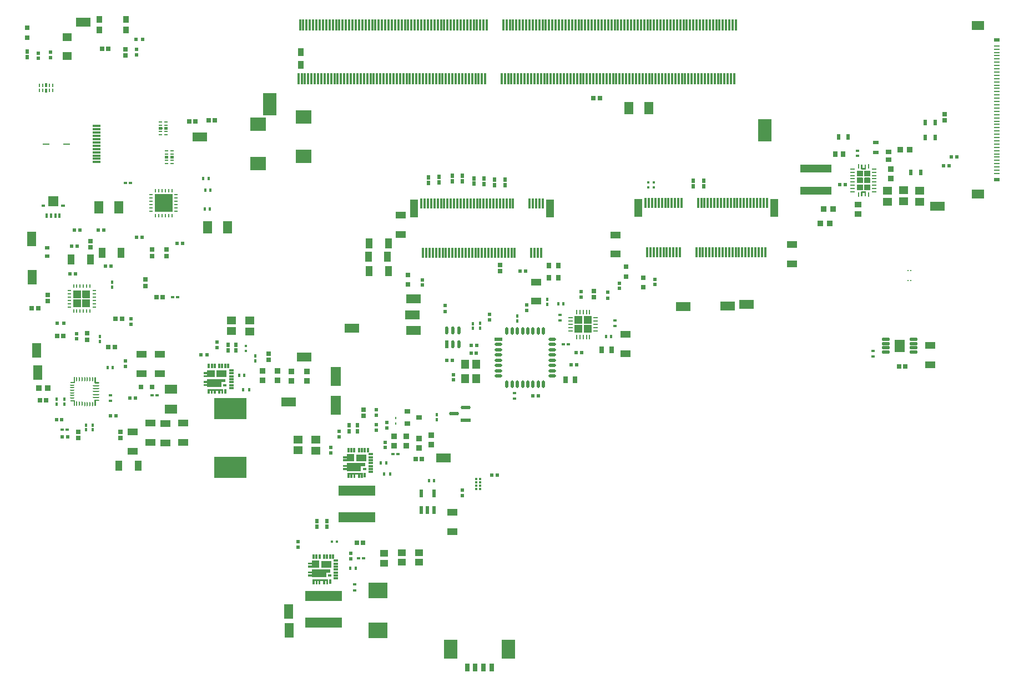
<source format=gbr>
%TF.GenerationSoftware,Altium Limited,Altium Designer,25.8.1 (18)*%
G04 Layer_Color=8421504*
%FSLAX45Y45*%
%MOMM*%
%TF.SameCoordinates,C91546C2-10F2-4142-A55A-9FF34A01A7B4*%
%TF.FilePolarity,Positive*%
%TF.FileFunction,Paste,Top*%
%TF.Part,Single*%
G01*
G75*
%TA.AperFunction,SMDPad,CuDef*%
%ADD10R,0.60000X0.55000*%
%ADD11R,0.90000X0.25000*%
%ADD12R,0.30000X1.75000*%
%ADD13R,0.65000X0.70000*%
%ADD14R,0.50000X0.45000*%
%ADD15R,0.45000X0.50000*%
G04:AMPARAMS|DCode=16|XSize=0.3mm|YSize=1.55mm|CornerRadius=0.0225mm|HoleSize=0mm|Usage=FLASHONLY|Rotation=0.000|XOffset=0mm|YOffset=0mm|HoleType=Round|Shape=RoundedRectangle|*
%AMROUNDEDRECTD16*
21,1,0.30000,1.50500,0,0,0.0*
21,1,0.25500,1.55000,0,0,0.0*
1,1,0.04500,0.12750,-0.75250*
1,1,0.04500,-0.12750,-0.75250*
1,1,0.04500,-0.12750,0.75250*
1,1,0.04500,0.12750,0.75250*
%
%ADD16ROUNDEDRECTD16*%
%ADD17R,0.80000X0.90000*%
%ADD18R,1.85000X1.35000*%
G04:AMPARAMS|DCode=19|XSize=0.45mm|YSize=1.15mm|CornerRadius=0.0495mm|HoleSize=0mm|Usage=FLASHONLY|Rotation=90.000|XOffset=0mm|YOffset=0mm|HoleType=Round|Shape=RoundedRectangle|*
%AMROUNDEDRECTD19*
21,1,0.45000,1.05100,0,0,90.0*
21,1,0.35100,1.15000,0,0,90.0*
1,1,0.09900,0.52550,0.17550*
1,1,0.09900,0.52550,-0.17550*
1,1,0.09900,-0.52550,-0.17550*
1,1,0.09900,-0.52550,0.17550*
%
%ADD19ROUNDEDRECTD19*%
%ADD20R,0.67248X0.71535*%
%ADD21R,0.30000X1.55000*%
%ADD22R,1.60000X1.05000*%
%ADD23R,0.47247X0.51535*%
%ADD24R,0.71535X0.67248*%
%ADD25R,0.57247X0.61535*%
%ADD26R,0.61535X0.57247*%
%ADD27R,1.05000X1.60000*%
G04:AMPARAMS|DCode=28|XSize=0.24mm|YSize=0.58mm|CornerRadius=0.0504mm|HoleSize=0mm|Usage=FLASHONLY|Rotation=0.000|XOffset=0mm|YOffset=0mm|HoleType=Round|Shape=RoundedRectangle|*
%AMROUNDEDRECTD28*
21,1,0.24000,0.47920,0,0,0.0*
21,1,0.13920,0.58000,0,0,0.0*
1,1,0.10080,0.06960,-0.23960*
1,1,0.10080,-0.06960,-0.23960*
1,1,0.10080,-0.06960,0.23960*
1,1,0.10080,0.06960,0.23960*
%
%ADD28ROUNDEDRECTD28*%
%ADD29R,2.20000X1.40000*%
%ADD30R,0.91213X0.95814*%
%ADD31R,1.60000X3.00000*%
%ADD32R,4.95300X3.17500*%
%ADD33R,0.30000X0.72500*%
%ADD34R,0.70000X0.65000*%
%ADD35R,0.90000X0.55000*%
%ADD36R,1.90000X1.40000*%
%ADD37R,0.50000X0.90000*%
%ADD38R,0.95872X0.91213*%
%ADD39R,0.90000X0.50000*%
%ADD40R,0.50000X0.40000*%
G04:AMPARAMS|DCode=42|XSize=0.24mm|YSize=0.6mm|CornerRadius=0.0504mm|HoleSize=0mm|Usage=FLASHONLY|Rotation=0.000|XOffset=0mm|YOffset=0mm|HoleType=Round|Shape=RoundedRectangle|*
%AMROUNDEDRECTD42*
21,1,0.24000,0.49920,0,0,0.0*
21,1,0.13920,0.60000,0,0,0.0*
1,1,0.10080,0.06960,-0.24960*
1,1,0.10080,-0.06960,-0.24960*
1,1,0.10080,-0.06960,0.24960*
1,1,0.10080,0.06960,0.24960*
%
%ADD42ROUNDEDRECTD42*%
%ADD43R,1.45620X1.25464*%
%ADD44R,0.95814X0.91213*%
%ADD45R,1.05000X0.95000*%
G04:AMPARAMS|DCode=46|XSize=1.57mm|YSize=1.89mm|CornerRadius=0.0471mm|HoleSize=0mm|Usage=FLASHONLY|Rotation=0.000|XOffset=0mm|YOffset=0mm|HoleType=Round|Shape=RoundedRectangle|*
%AMROUNDEDRECTD46*
21,1,1.57000,1.79580,0,0,0.0*
21,1,1.47580,1.89000,0,0,0.0*
1,1,0.09420,0.73790,-0.89790*
1,1,0.09420,-0.73790,-0.89790*
1,1,0.09420,-0.73790,0.89790*
1,1,0.09420,0.73790,0.89790*
%
%ADD46ROUNDEDRECTD46*%
G04:AMPARAMS|DCode=48|XSize=0.24mm|YSize=0.6mm|CornerRadius=0.0504mm|HoleSize=0mm|Usage=FLASHONLY|Rotation=90.000|XOffset=0mm|YOffset=0mm|HoleType=Round|Shape=RoundedRectangle|*
%AMROUNDEDRECTD48*
21,1,0.24000,0.49920,0,0,90.0*
21,1,0.13920,0.60000,0,0,90.0*
1,1,0.10080,0.24960,0.06960*
1,1,0.10080,0.24960,-0.06960*
1,1,0.10080,-0.24960,-0.06960*
1,1,0.10080,-0.24960,0.06960*
%
%ADD48ROUNDEDRECTD48*%
G04:AMPARAMS|DCode=49|XSize=0.48583mm|YSize=1.18828mm|CornerRadius=0.24292mm|HoleSize=0mm|Usage=FLASHONLY|Rotation=0.000|XOffset=0mm|YOffset=0mm|HoleType=Round|Shape=RoundedRectangle|*
%AMROUNDEDRECTD49*
21,1,0.48583,0.70245,0,0,0.0*
21,1,0.00000,1.18828,0,0,0.0*
1,1,0.48583,0.00000,-0.35123*
1,1,0.48583,0.00000,-0.35123*
1,1,0.48583,0.00000,0.35123*
1,1,0.48583,0.00000,0.35123*
%
%ADD49ROUNDEDRECTD49*%
G04:AMPARAMS|DCode=50|XSize=1.18828mm|YSize=0.48583mm|CornerRadius=0.24292mm|HoleSize=0mm|Usage=FLASHONLY|Rotation=0.000|XOffset=0mm|YOffset=0mm|HoleType=Round|Shape=RoundedRectangle|*
%AMROUNDEDRECTD50*
21,1,1.18828,0.00000,0,0,0.0*
21,1,0.70245,0.48583,0,0,0.0*
1,1,0.48583,0.35123,0.00000*
1,1,0.48583,-0.35123,0.00000*
1,1,0.48583,-0.35123,0.00000*
1,1,0.48583,0.35123,0.00000*
%
%ADD50ROUNDEDRECTD50*%
%ADD51R,1.18828X0.48583*%
%ADD52R,0.56000X0.52000*%
%ADD53R,0.42000X0.31000*%
%TA.AperFunction,ConnectorPad*%
%ADD54R,0.80000X1.30000*%
%TA.AperFunction,SMDPad,CuDef*%
%ADD55R,2.33000X1.99000*%
%ADD56R,0.40000X0.50000*%
%ADD58R,0.60000X0.50000*%
%ADD59R,0.90000X1.00000*%
%ADD61R,1.40000X1.30000*%
%ADD62R,0.80000X0.80000*%
%ADD64R,1.20000X0.30000*%
%ADD65R,1.00000X0.20000*%
%ADD66R,2.70000X2.70000*%
%ADD67R,0.60000X0.25000*%
%ADD68R,0.25000X0.60000*%
%ADD69R,0.52000X0.56000*%
%ADD70R,1.40000X2.20000*%
G04:AMPARAMS|DCode=72|XSize=1.20524mm|YSize=0.52981mm|CornerRadius=0.2649mm|HoleSize=0mm|Usage=FLASHONLY|Rotation=90.000|XOffset=0mm|YOffset=0mm|HoleType=Round|Shape=RoundedRectangle|*
%AMROUNDEDRECTD72*
21,1,1.20524,0.00000,0,0,90.0*
21,1,0.67543,0.52981,0,0,90.0*
1,1,0.52980,0.00000,0.33772*
1,1,0.52980,0.00000,-0.33772*
1,1,0.52980,0.00000,-0.33772*
1,1,0.52980,0.00000,0.33772*
%
%ADD72ROUNDEDRECTD72*%
G04:AMPARAMS|DCode=73|XSize=1.52424mm|YSize=0.57799mm|CornerRadius=0.28899mm|HoleSize=0mm|Usage=FLASHONLY|Rotation=180.000|XOffset=0mm|YOffset=0mm|HoleType=Round|Shape=RoundedRectangle|*
%AMROUNDEDRECTD73*
21,1,1.52424,0.00000,0,0,180.0*
21,1,0.94625,0.57799,0,0,180.0*
1,1,0.57799,-0.47313,0.00000*
1,1,0.57799,0.47313,0.00000*
1,1,0.57799,0.47313,0.00000*
1,1,0.57799,-0.47313,0.00000*
%
%ADD73ROUNDEDRECTD73*%
%ADD74R,0.25000X0.36000*%
%ADD75R,0.60000X0.65000*%
%ADD76R,1.57500X1.05000*%
%ADD77R,0.72500X0.30000*%
G04:AMPARAMS|DCode=78|XSize=1.21mm|YSize=0.59mm|CornerRadius=0.07375mm|HoleSize=0mm|Usage=FLASHONLY|Rotation=90.000|XOffset=0mm|YOffset=0mm|HoleType=Round|Shape=RoundedRectangle|*
%AMROUNDEDRECTD78*
21,1,1.21000,0.44250,0,0,90.0*
21,1,1.06250,0.59000,0,0,90.0*
1,1,0.14750,0.22125,0.53125*
1,1,0.14750,0.22125,-0.53125*
1,1,0.14750,-0.22125,-0.53125*
1,1,0.14750,-0.22125,0.53125*
%
%ADD78ROUNDEDRECTD78*%
%ADD79R,0.45000X0.60000*%
%ADD80R,1.30822X1.00573*%
%ADD81R,2.90000X2.40000*%
%ADD82C,1.08000*%
%ADD83R,0.60000X0.45000*%
%TA.AperFunction,ConnectorPad*%
%ADD84R,0.71535X0.67248*%
%TA.AperFunction,SMDPad,CuDef*%
G04:AMPARAMS|DCode=85|XSize=0.2mm|YSize=0.6mm|CornerRadius=0.05mm|HoleSize=0mm|Usage=FLASHONLY|Rotation=270.000|XOffset=0mm|YOffset=0mm|HoleType=Round|Shape=RoundedRectangle|*
%AMROUNDEDRECTD85*
21,1,0.20000,0.50000,0,0,270.0*
21,1,0.10000,0.60000,0,0,270.0*
1,1,0.10000,-0.25000,-0.05000*
1,1,0.10000,-0.25000,0.05000*
1,1,0.10000,0.25000,0.05000*
1,1,0.10000,0.25000,-0.05000*
%
%ADD85ROUNDEDRECTD85*%
%ADD86R,0.85000X0.95000*%
G04:AMPARAMS|DCode=87|XSize=0.2mm|YSize=1mm|CornerRadius=0.05mm|HoleSize=0mm|Usage=FLASHONLY|Rotation=270.000|XOffset=0mm|YOffset=0mm|HoleType=Round|Shape=RoundedRectangle|*
%AMROUNDEDRECTD87*
21,1,0.20000,0.90000,0,0,270.0*
21,1,0.10000,1.00000,0,0,270.0*
1,1,0.10000,-0.45000,-0.05000*
1,1,0.10000,-0.45000,0.05000*
1,1,0.10000,0.45000,0.05000*
1,1,0.10000,0.45000,-0.05000*
%
%ADD87ROUNDEDRECTD87*%
%ADD88R,0.51535X0.47247*%
%ADD89R,0.72000X0.76000*%
%ADD90R,0.55000X0.60000*%
%ADD91R,5.60000X1.55000*%
G04:AMPARAMS|DCode=92|XSize=0.565mm|YSize=0.2mm|CornerRadius=0.05mm|HoleSize=0mm|Usage=FLASHONLY|Rotation=0.000|XOffset=0mm|YOffset=0mm|HoleType=Round|Shape=RoundedRectangle|*
%AMROUNDEDRECTD92*
21,1,0.56500,0.10000,0,0,0.0*
21,1,0.46500,0.20000,0,0,0.0*
1,1,0.10000,0.23250,-0.05000*
1,1,0.10000,-0.23250,-0.05000*
1,1,0.10000,-0.23250,0.05000*
1,1,0.10000,0.23250,0.05000*
%
%ADD92ROUNDEDRECTD92*%
%ADD93C,0.27233*%
%ADD94C,0.82688*%
%ADD95R,0.58000X0.38000*%
%ADD96R,0.30000X0.73000*%
%ADD97R,0.92000X1.30000*%
%ADD98R,0.28000X0.25000*%
%ADD99R,1.20000X2.75000*%
%ADD100R,0.57247X0.63933*%
%ADD101R,0.40000X0.75000*%
G04:AMPARAMS|DCode=103|XSize=1.2mm|YSize=2.75mm|CornerRadius=0.09mm|HoleSize=0mm|Usage=FLASHONLY|Rotation=0.000|XOffset=0mm|YOffset=0mm|HoleType=Round|Shape=RoundedRectangle|*
%AMROUNDEDRECTD103*
21,1,1.20000,2.57000,0,0,0.0*
21,1,1.02000,2.75000,0,0,0.0*
1,1,0.18000,0.51000,-1.28500*
1,1,0.18000,-0.51000,-1.28500*
1,1,0.18000,-0.51000,1.28500*
1,1,0.18000,0.51000,1.28500*
%
%ADD103ROUNDEDRECTD103*%
%ADD104R,0.55000X0.55000*%
%ADD105R,0.50000X0.55000*%
%ADD106R,0.45000X0.45000*%
%ADD107R,0.43000X0.31000*%
%ADD108R,4.70000X1.18000*%
%ADD109R,0.80000X0.80000*%
%ADD110C,0.17501*%
G04:AMPARAMS|DCode=111|XSize=0.6mm|YSize=0.2mm|CornerRadius=0.05mm|HoleSize=0mm|Usage=FLASHONLY|Rotation=270.000|XOffset=0mm|YOffset=0mm|HoleType=Round|Shape=RoundedRectangle|*
%AMROUNDEDRECTD111*
21,1,0.60000,0.10000,0,0,270.0*
21,1,0.50000,0.20000,0,0,270.0*
1,1,0.10000,-0.05000,-0.25000*
1,1,0.10000,-0.05000,0.25000*
1,1,0.10000,0.05000,0.25000*
1,1,0.10000,0.05000,-0.25000*
%
%ADD111ROUNDEDRECTD111*%
G04:AMPARAMS|DCode=112|XSize=0.2mm|YSize=0.95mm|CornerRadius=0.05mm|HoleSize=0mm|Usage=FLASHONLY|Rotation=270.000|XOffset=0mm|YOffset=0mm|HoleType=Round|Shape=RoundedRectangle|*
%AMROUNDEDRECTD112*
21,1,0.20000,0.85000,0,0,270.0*
21,1,0.10000,0.95000,0,0,270.0*
1,1,0.10000,-0.42500,-0.05000*
1,1,0.10000,-0.42500,0.05000*
1,1,0.10000,0.42500,0.05000*
1,1,0.10000,0.42500,-0.05000*
%
%ADD112ROUNDEDRECTD112*%
%ADD113C,0.15750*%
G04:AMPARAMS|DCode=114|XSize=0.68mm|YSize=0.2mm|CornerRadius=0.05mm|HoleSize=0mm|Usage=FLASHONLY|Rotation=270.000|XOffset=0mm|YOffset=0mm|HoleType=Round|Shape=RoundedRectangle|*
%AMROUNDEDRECTD114*
21,1,0.68000,0.10000,0,0,270.0*
21,1,0.58000,0.20000,0,0,270.0*
1,1,0.10000,-0.05000,-0.29000*
1,1,0.10000,-0.05000,0.29000*
1,1,0.10000,0.05000,0.29000*
1,1,0.10000,0.05000,-0.29000*
%
%ADD114ROUNDEDRECTD114*%
G04:AMPARAMS|DCode=115|XSize=0.65mm|YSize=0.2mm|CornerRadius=0.05mm|HoleSize=0mm|Usage=FLASHONLY|Rotation=270.000|XOffset=0mm|YOffset=0mm|HoleType=Round|Shape=RoundedRectangle|*
%AMROUNDEDRECTD115*
21,1,0.65000,0.10000,0,0,270.0*
21,1,0.55000,0.20000,0,0,270.0*
1,1,0.10000,-0.05000,-0.27500*
1,1,0.10000,-0.05000,0.27500*
1,1,0.10000,0.05000,0.27500*
1,1,0.10000,0.05000,-0.27500*
%
%ADD115ROUNDEDRECTD115*%
G04:AMPARAMS|DCode=116|XSize=0.7mm|YSize=0.2mm|CornerRadius=0.05mm|HoleSize=0mm|Usage=FLASHONLY|Rotation=270.000|XOffset=0mm|YOffset=0mm|HoleType=Round|Shape=RoundedRectangle|*
%AMROUNDEDRECTD116*
21,1,0.70000,0.10000,0,0,270.0*
21,1,0.60000,0.20000,0,0,270.0*
1,1,0.10000,-0.05000,-0.30000*
1,1,0.10000,-0.05000,0.30000*
1,1,0.10000,0.05000,0.30000*
1,1,0.10000,0.05000,-0.30000*
%
%ADD116ROUNDEDRECTD116*%
%ADD117C,0.19159*%
G04:AMPARAMS|DCode=118|XSize=0.6mm|YSize=0.24mm|CornerRadius=0.0504mm|HoleSize=0mm|Usage=FLASHONLY|Rotation=0.000|XOffset=0mm|YOffset=0mm|HoleType=Round|Shape=RoundedRectangle|*
%AMROUNDEDRECTD118*
21,1,0.60000,0.13920,0,0,0.0*
21,1,0.49920,0.24000,0,0,0.0*
1,1,0.10080,0.24960,-0.06960*
1,1,0.10080,-0.24960,-0.06960*
1,1,0.10080,-0.24960,0.06960*
1,1,0.10080,0.24960,0.06960*
%
%ADD118ROUNDEDRECTD118*%
G04:AMPARAMS|DCode=119|XSize=0.58mm|YSize=0.24mm|CornerRadius=0.0504mm|HoleSize=0mm|Usage=FLASHONLY|Rotation=0.000|XOffset=0mm|YOffset=0mm|HoleType=Round|Shape=RoundedRectangle|*
%AMROUNDEDRECTD119*
21,1,0.58000,0.13920,0,0,0.0*
21,1,0.47920,0.24000,0,0,0.0*
1,1,0.10080,0.23960,-0.06960*
1,1,0.10080,-0.23960,-0.06960*
1,1,0.10080,-0.23960,0.06960*
1,1,0.10080,0.23960,0.06960*
%
%ADD119ROUNDEDRECTD119*%
%ADD120R,0.97200X0.80200*%
%ADD121R,0.52981X1.20524*%
%ADD122R,0.75000X1.00000*%
%ADD123R,0.86213X0.73504*%
%ADD124R,0.96213X0.93504*%
%ADD125R,0.60000X0.60000*%
%ADD126R,1.20000X1.40000*%
%TA.AperFunction,ConnectorPad*%
%ADD127R,2.10000X3.00000*%
%TA.AperFunction,SMDPad,CuDef*%
%ADD128R,1.52424X0.57799*%
%ADD129R,1.35000X1.85000*%
%ADD130R,0.73504X0.86213*%
%ADD131R,0.45000X0.45000*%
G04:AMPARAMS|DCode=132|XSize=0.565mm|YSize=0.2mm|CornerRadius=0.05mm|HoleSize=0mm|Usage=FLASHONLY|Rotation=270.000|XOffset=0mm|YOffset=0mm|HoleType=Round|Shape=RoundedRectangle|*
%AMROUNDEDRECTD132*
21,1,0.56500,0.10000,0,0,270.0*
21,1,0.46500,0.20000,0,0,270.0*
1,1,0.10000,-0.05000,-0.23250*
1,1,0.10000,-0.05000,0.23250*
1,1,0.10000,0.05000,0.23250*
1,1,0.10000,0.05000,-0.23250*
%
%ADD132ROUNDEDRECTD132*%
%ADD133R,2.00000X3.50000*%
%TA.AperFunction,NonConductor*%
%ADD228R,1.18800X1.18800*%
%ADD229R,0.76000X0.52000*%
G36*
X3015832Y11627489D02*
X3017239Y11626082D01*
X3018000Y11624244D01*
Y11623250D01*
Y11576750D01*
Y11575755D01*
X3017239Y11573918D01*
X3015832Y11572511D01*
X3013994Y11571750D01*
X2986005D01*
X2984168Y11572511D01*
X2982761Y11573918D01*
X2982000Y11575755D01*
Y11576750D01*
Y11623250D01*
Y11624244D01*
X2982761Y11626082D01*
X2984168Y11627489D01*
X2986005Y11628250D01*
X3013994D01*
X3015832Y11627489D01*
D02*
G37*
G36*
Y11543989D02*
X3017239Y11542582D01*
X3018000Y11540744D01*
Y11539750D01*
Y11493250D01*
Y11492255D01*
X3017239Y11490417D01*
X3015832Y11489011D01*
X3013994Y11488250D01*
X2986005D01*
X2984168Y11489011D01*
X2982761Y11490417D01*
X2982000Y11492255D01*
Y11493250D01*
Y11539750D01*
Y11540744D01*
X2982761Y11542582D01*
X2984168Y11543989D01*
X2986005Y11544750D01*
X3013994D01*
X3015832Y11543989D01*
D02*
G37*
G36*
X4856082Y10957239D02*
X4857489Y10955832D01*
X4858250Y10953994D01*
Y10953000D01*
Y10927000D01*
Y10926005D01*
X4857489Y10924168D01*
X4856082Y10922761D01*
X4854245Y10922000D01*
X4805755D01*
X4803918Y10922761D01*
X4802511Y10924168D01*
X4801750Y10926005D01*
Y10927000D01*
Y10953000D01*
Y10953994D01*
X4802511Y10955832D01*
X4803918Y10957239D01*
X4805755Y10958000D01*
X4854245D01*
X4856082Y10957239D01*
D02*
G37*
G36*
X4772582D02*
X4773989Y10955832D01*
X4774750Y10953994D01*
Y10953000D01*
Y10927000D01*
Y10926005D01*
X4773989Y10924168D01*
X4772582Y10922761D01*
X4770744Y10922000D01*
X4722255D01*
X4720418Y10922761D01*
X4719011Y10924168D01*
X4718250Y10926005D01*
Y10927000D01*
Y10953000D01*
Y10953994D01*
X4719011Y10955832D01*
X4720418Y10957239D01*
X4722255Y10958000D01*
X4770744D01*
X4772582Y10957239D01*
D02*
G37*
G36*
X4947832Y10517239D02*
X4949239Y10515832D01*
X4950000Y10513994D01*
Y10513000D01*
Y10487000D01*
Y10486005D01*
X4949239Y10484168D01*
X4947832Y10482761D01*
X4945994Y10482000D01*
X4897505D01*
X4895668Y10482761D01*
X4894261Y10484168D01*
X4893500Y10486005D01*
Y10487000D01*
Y10513000D01*
Y10513994D01*
X4894261Y10515832D01*
X4895668Y10517239D01*
X4897505Y10518000D01*
X4945994D01*
X4947832Y10517239D01*
D02*
G37*
G36*
X4864332D02*
X4865739Y10515832D01*
X4866500Y10513994D01*
Y10513000D01*
Y10487000D01*
Y10486005D01*
X4865739Y10484168D01*
X4864332Y10482761D01*
X4862494Y10482000D01*
X4814005D01*
X4812167Y10482761D01*
X4810761Y10484168D01*
X4810000Y10486005D01*
Y10487000D01*
Y10513000D01*
Y10513994D01*
X4810761Y10515832D01*
X4812167Y10517239D01*
X4814005Y10518000D01*
X4862494D01*
X4864332Y10517239D01*
D02*
G37*
G36*
X15493640Y10389760D02*
X15503641D01*
X15503641Y10389760D01*
X15504634Y10389760D01*
X15506471Y10388999D01*
X15507878Y10387592D01*
X15508640Y10385755D01*
Y10384760D01*
Y10317260D01*
X15508640D01*
X15508640Y10316265D01*
X15507878Y10314428D01*
X15506471Y10313021D01*
X15504634Y10312260D01*
X15503641D01*
X15438641Y10312260D01*
X15438640D01*
X15437646Y10312260D01*
X15435808Y10313021D01*
X15434402Y10314428D01*
X15433640Y10316265D01*
Y10317260D01*
X15433641Y10384760D01*
X15433641Y10385754D01*
X15434402Y10387592D01*
X15435808Y10388999D01*
X15437646Y10389760D01*
X15438640D01*
X15448640Y10389760D01*
X15448640Y10389760D01*
X15449635D01*
X15451472Y10388998D01*
X15452879Y10387592D01*
X15453641Y10385754D01*
Y10384760D01*
X15453641Y10337260D01*
X15488640D01*
X15488640Y10384760D01*
Y10384760D01*
X15488638Y10385754D01*
X15489401Y10387592D01*
X15490807Y10388999D01*
X15492645Y10389760D01*
X15493640Y10389760D01*
D02*
G37*
G36*
X15570972Y10291499D02*
X15572379Y10290092D01*
X15573140Y10288255D01*
Y10287260D01*
Y10212260D01*
Y10211265D01*
X15572379Y10209428D01*
X15570972Y10208021D01*
X15569135Y10207260D01*
X15485146D01*
X15483308Y10208021D01*
X15481902Y10209428D01*
X15481140Y10211265D01*
Y10212260D01*
Y10287260D01*
Y10288255D01*
X15481902Y10290092D01*
X15483308Y10291499D01*
X15485146Y10292260D01*
X15569135D01*
X15570972Y10291499D01*
D02*
G37*
G36*
X15458972D02*
X15460379Y10290092D01*
X15461140Y10288255D01*
Y10287260D01*
Y10212260D01*
Y10211265D01*
X15460379Y10209428D01*
X15458972Y10208021D01*
X15457133Y10207260D01*
X15373145D01*
X15371307Y10208021D01*
X15369901Y10209428D01*
X15369141Y10211265D01*
Y10212260D01*
Y10287260D01*
Y10288255D01*
X15369901Y10290092D01*
X15371307Y10291499D01*
X15373145Y10292260D01*
X15457133D01*
X15458972Y10291499D01*
D02*
G37*
G36*
X15570972Y10186499D02*
X15572379Y10185092D01*
X15573140Y10183254D01*
Y10182260D01*
Y10107260D01*
Y10106265D01*
X15572379Y10104428D01*
X15570972Y10103021D01*
X15569135Y10102260D01*
X15485146D01*
X15483308Y10103021D01*
X15481902Y10104428D01*
X15481140Y10106265D01*
Y10107260D01*
Y10182260D01*
Y10183254D01*
X15481902Y10185092D01*
X15483308Y10186499D01*
X15485146Y10187260D01*
X15569135D01*
X15570972Y10186499D01*
D02*
G37*
G36*
X15458972D02*
X15460379Y10185092D01*
X15461140Y10183254D01*
Y10182260D01*
Y10107260D01*
Y10106265D01*
X15460379Y10104428D01*
X15458972Y10103021D01*
X15457133Y10102260D01*
X15373145D01*
X15371307Y10103021D01*
X15369901Y10104428D01*
X15369141Y10106265D01*
Y10107260D01*
Y10182260D01*
Y10183254D01*
X15369901Y10185092D01*
X15371307Y10186499D01*
X15373145Y10187260D01*
X15457133D01*
X15458972Y10186499D01*
D02*
G37*
G36*
X15570972Y10081499D02*
X15572379Y10080092D01*
X15573140Y10078254D01*
Y10077260D01*
Y10002260D01*
Y10001265D01*
X15572379Y9999428D01*
X15570972Y9998021D01*
X15569135Y9997260D01*
X15485146D01*
X15483308Y9998021D01*
X15481902Y9999428D01*
X15481140Y10001265D01*
Y10002260D01*
Y10077260D01*
Y10078254D01*
X15481902Y10080092D01*
X15483308Y10081499D01*
X15485146Y10082260D01*
X15569135D01*
X15570972Y10081499D01*
D02*
G37*
G36*
X15458972D02*
X15460379Y10080092D01*
X15461140Y10078254D01*
Y10077260D01*
Y10002260D01*
Y10001265D01*
X15460379Y9999428D01*
X15458972Y9998021D01*
X15457133Y9997260D01*
X15373145D01*
X15371307Y9998021D01*
X15369901Y9999428D01*
X15369141Y10001265D01*
Y10002260D01*
Y10077260D01*
Y10078254D01*
X15369901Y10080092D01*
X15371307Y10081499D01*
X15373145Y10082260D01*
X15457133D01*
X15458972Y10081499D01*
D02*
G37*
G36*
X15503639Y9977260D02*
X15504634Y9977260D01*
X15506471Y9976499D01*
X15507878Y9975092D01*
X15508640Y9973254D01*
Y9972260D01*
X15508640Y9904760D01*
X15508640Y9904760D01*
X15508640Y9903765D01*
X15507878Y9901928D01*
X15506471Y9900521D01*
X15504634Y9899760D01*
X15493639D01*
Y9899760D01*
X15492644D01*
X15490807Y9900522D01*
X15489401Y9901928D01*
X15488640Y9903766D01*
Y9904760D01*
Y9952260D01*
X15453641D01*
X15453641Y9904760D01*
X15453641D01*
X15453641Y9903765D01*
X15452879Y9901927D01*
X15451472Y9900521D01*
X15449635Y9899760D01*
X15448640Y9899760D01*
X15438640Y9899760D01*
X15437646Y9899760D01*
X15435808Y9900521D01*
X15434402Y9901928D01*
X15433640Y9903765D01*
Y9904760D01*
X15433641Y9972260D01*
X15433641Y9972260D01*
X15433641Y9973255D01*
X15434402Y9975092D01*
X15435808Y9976499D01*
X15437646Y9977260D01*
X15438640D01*
X15503639Y9977260D01*
Y9977260D01*
D02*
G37*
G36*
X3187500Y9754000D02*
X3032500D01*
Y9906000D01*
X3187500D01*
Y9754000D01*
D02*
G37*
G36*
X3285500Y9740000D02*
X3233000D01*
Y9780000D01*
X3285500D01*
Y9740000D01*
D02*
G37*
G36*
X2987000D02*
X2934500D01*
Y9780000D01*
X2987000D01*
Y9740000D01*
D02*
G37*
G36*
X3671632Y8466789D02*
X3673039Y8465382D01*
X3673800Y8463544D01*
Y8462550D01*
Y8353750D01*
Y8352755D01*
X3673039Y8350918D01*
X3671632Y8349511D01*
X3669795Y8348750D01*
X3559005D01*
X3557168Y8349511D01*
X3555761Y8350918D01*
X3555000Y8352755D01*
Y8353750D01*
Y8462550D01*
Y8463544D01*
X3555761Y8465382D01*
X3557168Y8466789D01*
X3559005Y8467550D01*
X3669795D01*
X3671632Y8466789D01*
D02*
G37*
G36*
X3532832D02*
X3534239Y8465382D01*
X3535000Y8463544D01*
Y8462550D01*
Y8353750D01*
Y8352755D01*
X3534239Y8350918D01*
X3532832Y8349511D01*
X3530994Y8348750D01*
X3420205D01*
X3418368Y8349511D01*
X3416961Y8350918D01*
X3416200Y8352755D01*
Y8353750D01*
Y8462550D01*
Y8463544D01*
X3416961Y8465382D01*
X3418368Y8466789D01*
X3420205Y8467550D01*
X3530994D01*
X3532832Y8466789D01*
D02*
G37*
G36*
X3671632Y8327989D02*
X3673039Y8326582D01*
X3673800Y8324744D01*
Y8323750D01*
Y8214950D01*
Y8213955D01*
X3673039Y8212117D01*
X3671632Y8210711D01*
X3669795Y8209950D01*
X3559005D01*
X3557168Y8210711D01*
X3555761Y8212117D01*
X3555000Y8213955D01*
Y8214950D01*
Y8323750D01*
Y8324744D01*
X3555761Y8326582D01*
X3557168Y8327989D01*
X3559005Y8328750D01*
X3669795D01*
X3671632Y8327989D01*
D02*
G37*
G36*
X3532832D02*
X3534239Y8326582D01*
X3535000Y8324744D01*
Y8323750D01*
Y8214950D01*
Y8213955D01*
X3534239Y8212117D01*
X3532832Y8210711D01*
X3530994Y8209950D01*
X3420205D01*
X3418368Y8210711D01*
X3416961Y8212117D01*
X3416200Y8213955D01*
Y8214950D01*
Y8323750D01*
Y8324744D01*
X3416961Y8326582D01*
X3418368Y8327989D01*
X3420205Y8328750D01*
X3530994D01*
X3532832Y8327989D01*
D02*
G37*
G36*
X5571250Y7140000D02*
X5401250D01*
Y7170000D01*
X5456250D01*
Y7185000D01*
X5401250D01*
Y7215000D01*
X5456250D01*
Y7245000D01*
X5571250D01*
Y7140000D01*
D02*
G37*
G36*
X3755000Y7140000D02*
X3755994D01*
X3757832Y7139239D01*
X3759239Y7137832D01*
X3760000Y7135994D01*
Y7135000D01*
X3760000D01*
Y7065000D01*
X3805000Y7065000D01*
X3805994D01*
X3807832Y7064239D01*
X3809239Y7062832D01*
X3809999Y7060995D01*
Y7060000D01*
X3810000D01*
X3809999Y7050000D01*
X3810000Y7049005D01*
X3809239Y7047168D01*
X3807832Y7045761D01*
X3805994Y7045000D01*
X3805000D01*
X3805000Y7045000D01*
X3745000Y7045000D01*
X3744005Y7045000D01*
X3742167Y7045761D01*
X3740761Y7047168D01*
X3739999Y7049005D01*
X3740000Y7050000D01*
X3740000Y7135000D01*
X3740000Y7135995D01*
X3740761Y7137832D01*
X3742168Y7139239D01*
X3744005Y7140000D01*
X3745000Y7140000D01*
X3745000Y7140000D01*
X3755000Y7140000D01*
D02*
G37*
G36*
X3437832Y7139239D02*
X3439239Y7137832D01*
X3440000Y7135995D01*
X3440000Y7135000D01*
X3440000Y7055000D01*
X3440000Y7055000D01*
X3440000Y7054005D01*
X3439239Y7052167D01*
X3437833Y7050761D01*
X3435994Y7050000D01*
X3435000Y7050000D01*
X3375000D01*
X3374005Y7050000D01*
X3372167Y7050761D01*
X3370761Y7052168D01*
X3370000Y7054005D01*
X3370000Y7055000D01*
Y7065000D01*
X3370000Y7065995D01*
X3370761Y7067832D01*
X3372167Y7069239D01*
X3374005Y7070000D01*
X3375000Y7070000D01*
X3420000Y7070000D01*
Y7135000D01*
Y7135994D01*
X3420761Y7137832D01*
X3422168Y7139238D01*
X3424005Y7140000D01*
X3425000D01*
X3435000Y7140000D01*
Y7140000D01*
X3435994Y7140000D01*
X3437832Y7139239D01*
D02*
G37*
G36*
X5738750Y7064500D02*
X5673750D01*
Y6990000D01*
X5456250D01*
Y7005000D01*
X5401250D01*
Y7035000D01*
X5456250D01*
Y7050000D01*
X5401250D01*
Y7080000D01*
X5456250D01*
Y7110000D01*
X5738750D01*
Y7064500D01*
D02*
G37*
G36*
X5703750Y6887500D02*
X5673750D01*
Y6932500D01*
X5658750D01*
Y6887500D01*
X5628750D01*
Y6932500D01*
X5588750D01*
Y6887500D01*
X5558750D01*
Y6932500D01*
X5543750D01*
Y6887500D01*
X5513750D01*
Y6932500D01*
X5498750D01*
Y6887500D01*
X5468750D01*
Y6960000D01*
X5703750D01*
Y6887500D01*
D02*
G37*
G36*
X3805000Y6795000D02*
X3805994D01*
X3807832Y6794239D01*
X3809239Y6792832D01*
X3810000Y6790995D01*
X3809999Y6790000D01*
X3810000Y6780000D01*
X3810000Y6780000D01*
X3810000Y6779005D01*
X3809239Y6777168D01*
X3807832Y6775761D01*
X3805994Y6775000D01*
X3805000Y6775000D01*
X3760000D01*
Y6705000D01*
X3760000Y6705000D01*
X3760000Y6704006D01*
X3759239Y6702168D01*
X3757832Y6700761D01*
X3755994Y6700000D01*
X3755000Y6700000D01*
X3745000D01*
X3744005Y6700000D01*
X3742168Y6700761D01*
X3740761Y6702168D01*
X3740000Y6704005D01*
X3740000Y6705000D01*
X3740000Y6790000D01*
Y6790000D01*
X3739999Y6790995D01*
X3740761Y6792832D01*
X3742167Y6794239D01*
X3744005Y6795000D01*
X3745000Y6795000D01*
X3805000Y6795000D01*
X3805000Y6795000D01*
D02*
G37*
G36*
X3437833Y6789239D02*
X3439240Y6787833D01*
X3440000Y6785995D01*
X3440000Y6785000D01*
X3440000D01*
X3440000Y6705000D01*
X3440000Y6704005D01*
X3439239Y6702168D01*
X3437832Y6700761D01*
X3435994Y6700000D01*
X3435000Y6700000D01*
X3424005D01*
X3422168Y6700762D01*
X3420761Y6702168D01*
X3420000Y6704006D01*
Y6705000D01*
Y6705000D01*
Y6770000D01*
X3375000D01*
X3374005Y6770000D01*
X3372167Y6770761D01*
X3370761Y6772168D01*
X3370000Y6774006D01*
X3370000Y6775000D01*
Y6775000D01*
Y6785000D01*
X3370000Y6785995D01*
X3370761Y6787832D01*
X3372167Y6789239D01*
X3374005Y6790000D01*
X3375000D01*
Y6790000D01*
X3435000Y6790000D01*
X3435995Y6790000D01*
X3437833Y6789239D01*
D02*
G37*
G36*
X7701250Y5857301D02*
X7531250D01*
Y5887301D01*
X7586250D01*
Y5902301D01*
X7531250D01*
Y5932301D01*
X7586250D01*
Y5962301D01*
X7701250D01*
Y5857301D01*
D02*
G37*
G36*
X7868750Y5781801D02*
X7803750D01*
Y5707301D01*
X7586250D01*
Y5722301D01*
X7531250D01*
Y5752301D01*
X7586250D01*
Y5767301D01*
X7531250D01*
Y5797301D01*
X7586250D01*
Y5827301D01*
X7868750D01*
Y5781801D01*
D02*
G37*
G36*
X7833750Y5604801D02*
X7803750D01*
Y5649801D01*
X7788750D01*
Y5604801D01*
X7758750D01*
Y5649801D01*
X7718750D01*
Y5604801D01*
X7688750D01*
Y5649801D01*
X7673750D01*
Y5604801D01*
X7643750D01*
Y5649801D01*
X7628750D01*
Y5604801D01*
X7598750D01*
Y5677301D01*
X7833750D01*
Y5604801D01*
D02*
G37*
G36*
X7170000Y4232500D02*
X7000000D01*
Y4262500D01*
X7055000D01*
Y4277500D01*
X7000000D01*
Y4307500D01*
X7055000D01*
Y4337500D01*
X7170000D01*
Y4232500D01*
D02*
G37*
G36*
X7337500Y4157000D02*
X7272500D01*
Y4082500D01*
X7055000D01*
Y4097500D01*
X7000000D01*
Y4127500D01*
X7055000D01*
Y4142500D01*
X7000000D01*
Y4172500D01*
X7055000D01*
Y4202500D01*
X7337500D01*
Y4157000D01*
D02*
G37*
G36*
X7302500Y3980000D02*
X7272500D01*
Y4025000D01*
X7257500D01*
Y3980000D01*
X7227500D01*
Y4025000D01*
X7187500D01*
Y3980000D01*
X7157500D01*
Y4025000D01*
X7142500D01*
Y3980000D01*
X7112500D01*
Y4025000D01*
X7097500D01*
Y3980000D01*
X7067500D01*
Y4052500D01*
X7302500D01*
Y3980000D01*
D02*
G37*
D10*
X16898000Y10504105D02*
D03*
X16813000D02*
D03*
X16778560Y10365740D02*
D03*
X16693559D02*
D03*
X3515000Y9390000D02*
D03*
X3430000D02*
D03*
X4465000Y9280000D02*
D03*
X4380000D02*
D03*
X4995000Y9180000D02*
D03*
X5080000D02*
D03*
X3246040Y6229600D02*
D03*
X3331040D02*
D03*
D11*
X17500000Y11650000D02*
D03*
Y11350000D02*
D03*
Y11300000D02*
D03*
Y11250000D02*
D03*
Y11200000D02*
D03*
Y11950000D02*
D03*
Y10450000D02*
D03*
Y10900000D02*
D03*
Y11600000D02*
D03*
Y12150000D02*
D03*
Y11850000D02*
D03*
Y12000000D02*
D03*
Y11550000D02*
D03*
Y11700000D02*
D03*
Y11400000D02*
D03*
Y11100000D02*
D03*
Y11050000D02*
D03*
Y10950000D02*
D03*
Y11000000D02*
D03*
Y10850000D02*
D03*
Y10750000D02*
D03*
Y10800000D02*
D03*
Y10700000D02*
D03*
Y10350000D02*
D03*
Y10300000D02*
D03*
Y11500000D02*
D03*
Y10650000D02*
D03*
Y10400000D02*
D03*
Y11900000D02*
D03*
Y12100000D02*
D03*
Y11800000D02*
D03*
Y10600000D02*
D03*
Y11450000D02*
D03*
Y12050000D02*
D03*
Y11750000D02*
D03*
Y10250000D02*
D03*
Y10500000D02*
D03*
Y10550000D02*
D03*
Y11150000D02*
D03*
Y12200000D02*
D03*
D12*
X11975000Y12520000D02*
D03*
X11675000D02*
D03*
X11925000D02*
D03*
X13525000D02*
D03*
X13375000D02*
D03*
X13225000D02*
D03*
X13075000D02*
D03*
X12925000D02*
D03*
X12775000D02*
D03*
X13500000Y11700000D02*
D03*
X13350000D02*
D03*
X13200000D02*
D03*
X13050000D02*
D03*
X12900000D02*
D03*
X12750000D02*
D03*
X12475000Y12520000D02*
D03*
X12325000D02*
D03*
X12625000D02*
D03*
X12025000D02*
D03*
X11875000D02*
D03*
X12175000D02*
D03*
X11575000D02*
D03*
X11725000D02*
D03*
X10875000D02*
D03*
X11425000D02*
D03*
X10725000D02*
D03*
X10575000D02*
D03*
X10425000D02*
D03*
X10175000D02*
D03*
X10025000D02*
D03*
X10325000D02*
D03*
X9375000D02*
D03*
X9675000D02*
D03*
X9525000D02*
D03*
X12600000Y11700000D02*
D03*
X12450000D02*
D03*
X12300000D02*
D03*
X12150000D02*
D03*
X11700000D02*
D03*
X12000000D02*
D03*
X11850000D02*
D03*
X11400000D02*
D03*
X11550000D02*
D03*
X11000000D02*
D03*
X10250000D02*
D03*
X10100000D02*
D03*
X9550000D02*
D03*
X9400000D02*
D03*
X9950000D02*
D03*
X9700000D02*
D03*
X9075000Y12520000D02*
D03*
X9225000D02*
D03*
X8925000D02*
D03*
X8325000D02*
D03*
X7575000D02*
D03*
X7325000D02*
D03*
X7275000D02*
D03*
X7225000D02*
D03*
X7125000D02*
D03*
X7175000D02*
D03*
X9100000Y11700000D02*
D03*
X9250000D02*
D03*
X8950000D02*
D03*
X8350000D02*
D03*
X7200000D02*
D03*
X7300000D02*
D03*
X7250000D02*
D03*
X7150000D02*
D03*
X7100000D02*
D03*
X11050000D02*
D03*
X11625000Y12520000D02*
D03*
X11525000D02*
D03*
X11825000D02*
D03*
X11100000Y11700000D02*
D03*
X11475000Y12520000D02*
D03*
X11775000D02*
D03*
X7075000D02*
D03*
X7025000D02*
D03*
X6975000D02*
D03*
X7050000Y11700000D02*
D03*
X7000000D02*
D03*
X6950000D02*
D03*
X6925000Y12520000D02*
D03*
X6875000D02*
D03*
X6900000Y11700000D02*
D03*
X9600000D02*
D03*
X9650000D02*
D03*
X10475000Y12520000D02*
D03*
X10525000D02*
D03*
X10225000D02*
D03*
X9300000Y11700000D02*
D03*
X9625000Y12520000D02*
D03*
X9475000D02*
D03*
X9575000D02*
D03*
X10125000D02*
D03*
X9425000D02*
D03*
X10075000D02*
D03*
X10275000D02*
D03*
X9350000Y11700000D02*
D03*
X8825000Y12520000D02*
D03*
X10150000Y11700000D02*
D03*
X10200000D02*
D03*
X10050000D02*
D03*
X9500000D02*
D03*
X12650000D02*
D03*
X8875000Y12520000D02*
D03*
X8850000Y11700000D02*
D03*
X7400000D02*
D03*
X7450000D02*
D03*
X11025000Y12520000D02*
D03*
X11075000D02*
D03*
X10975000D02*
D03*
X10925000D02*
D03*
X9000000Y11700000D02*
D03*
X9050000D02*
D03*
X9125000Y12520000D02*
D03*
X8625000D02*
D03*
X8575000D02*
D03*
X9175000D02*
D03*
X10775000D02*
D03*
X10825000D02*
D03*
X10000000Y11700000D02*
D03*
X9450000D02*
D03*
X6850000D02*
D03*
X7350000D02*
D03*
X7500000D02*
D03*
X7550000D02*
D03*
X7600000D02*
D03*
X7650000D02*
D03*
X7700000D02*
D03*
X7750000D02*
D03*
X7800000D02*
D03*
X7850000D02*
D03*
X7900000D02*
D03*
X7950000D02*
D03*
X8000000D02*
D03*
X8050000D02*
D03*
X8100000D02*
D03*
X8150000D02*
D03*
X8200000D02*
D03*
X8250000D02*
D03*
X8300000D02*
D03*
X8400000D02*
D03*
X8450000D02*
D03*
X8500000D02*
D03*
X8550000D02*
D03*
X8600000D02*
D03*
X8650000D02*
D03*
X8700000D02*
D03*
X8750000D02*
D03*
X8900000D02*
D03*
X9150000D02*
D03*
X9200000D02*
D03*
X7425000Y12520000D02*
D03*
X7475000D02*
D03*
X7525000D02*
D03*
X7625000D02*
D03*
X7675000D02*
D03*
X7725000D02*
D03*
X7775000D02*
D03*
X7825000D02*
D03*
X7875000D02*
D03*
X7925000D02*
D03*
X7975000D02*
D03*
X8025000D02*
D03*
X8075000D02*
D03*
X8125000D02*
D03*
X8175000D02*
D03*
X8225000D02*
D03*
X8275000D02*
D03*
X8375000D02*
D03*
X8425000D02*
D03*
X8475000D02*
D03*
X8525000D02*
D03*
X8675000D02*
D03*
X8725000D02*
D03*
X9275000D02*
D03*
X9325000D02*
D03*
X9725000D02*
D03*
X10300000Y11700000D02*
D03*
X10350000D02*
D03*
X10400000D02*
D03*
X10450000D02*
D03*
X10500000D02*
D03*
X10550000D02*
D03*
X10600000D02*
D03*
X10650000D02*
D03*
X10700000D02*
D03*
X10750000D02*
D03*
X10800000D02*
D03*
X10850000D02*
D03*
X10900000D02*
D03*
X10950000D02*
D03*
X11150000D02*
D03*
X11200000D02*
D03*
X11250000D02*
D03*
X11300000D02*
D03*
X11350000D02*
D03*
X11450000D02*
D03*
X11500000D02*
D03*
X11600000D02*
D03*
X11650000D02*
D03*
X11750000D02*
D03*
X11800000D02*
D03*
X11900000D02*
D03*
X11950000D02*
D03*
X12050000D02*
D03*
X12100000D02*
D03*
X12200000D02*
D03*
X12250000D02*
D03*
X12350000D02*
D03*
X12400000D02*
D03*
X12500000D02*
D03*
X12550000D02*
D03*
X12700000D02*
D03*
X12800000D02*
D03*
X12850000D02*
D03*
X12950000D02*
D03*
X13000000D02*
D03*
X13100000D02*
D03*
X13150000D02*
D03*
X13250000D02*
D03*
X13300000D02*
D03*
X13400000D02*
D03*
X13450000D02*
D03*
X9975000Y12520000D02*
D03*
X10375000D02*
D03*
X10625000D02*
D03*
X10675000D02*
D03*
X11125000D02*
D03*
X11175000D02*
D03*
X11225000D02*
D03*
X11275000D02*
D03*
X11325000D02*
D03*
X11375000D02*
D03*
X12075000D02*
D03*
X12125000D02*
D03*
X12225000D02*
D03*
X12275000D02*
D03*
X12375000D02*
D03*
X12425000D02*
D03*
X12525000D02*
D03*
X12575000D02*
D03*
X12675000D02*
D03*
X12725000D02*
D03*
X12825000D02*
D03*
X12875000D02*
D03*
X12975000D02*
D03*
X13025000D02*
D03*
X13125000D02*
D03*
X13175000D02*
D03*
X13275000D02*
D03*
X13325000D02*
D03*
X13425000D02*
D03*
X13475000D02*
D03*
X8800000Y11700000D02*
D03*
X8975000Y12520000D02*
D03*
X9025000D02*
D03*
X8775000D02*
D03*
X7375000D02*
D03*
D13*
X9923780Y8756900D02*
D03*
X6400000Y7497500D02*
D03*
X3630000Y7712500D02*
D03*
X4211320Y12148060D02*
D03*
Y12053060D02*
D03*
X9923780Y8851900D02*
D03*
X3680000Y9217500D02*
D03*
Y9122500D02*
D03*
X3030000Y8305000D02*
D03*
Y8400000D02*
D03*
X3630000Y7807500D02*
D03*
X3489667Y6307232D02*
D03*
Y6212232D02*
D03*
X6400000Y7402500D02*
D03*
D14*
X4695759Y6859600D02*
D03*
X5005000Y8360000D02*
D03*
X10966950Y7639201D02*
D03*
X4210000Y10110000D02*
D03*
X8370450Y5965778D02*
D03*
X7845000Y4370000D02*
D03*
X4285000Y10110000D02*
D03*
X4930000Y8360000D02*
D03*
X4620759Y6859600D02*
D03*
X3250000Y6340000D02*
D03*
X3325000D02*
D03*
X8295450Y5965778D02*
D03*
X7770000Y4370000D02*
D03*
X10891950Y7639201D02*
D03*
D15*
X3715467Y6335148D02*
D03*
X3160000Y6725000D02*
D03*
X3280000D02*
D03*
X3820000Y7757500D02*
D03*
X10645140Y8327460D02*
D03*
X10190480Y8076600D02*
D03*
X6190000Y7467500D02*
D03*
X3610067Y6334965D02*
D03*
X10190480Y8001600D02*
D03*
X4010000Y8515000D02*
D03*
Y8590000D02*
D03*
X3820000Y7682500D02*
D03*
X3280000Y6800000D02*
D03*
X3160000D02*
D03*
X3715467Y6410148D02*
D03*
X3610067Y6409965D02*
D03*
X8960000Y6565000D02*
D03*
Y6490000D02*
D03*
X6190000Y7392500D02*
D03*
X9514321Y7884141D02*
D03*
Y7959141D02*
D03*
X9621520Y7885360D02*
D03*
Y7960360D02*
D03*
X10645140Y8252460D02*
D03*
D16*
X13970760Y9048410D02*
D03*
X13920760D02*
D03*
X12220759D02*
D03*
X12170759D02*
D03*
X13695760Y9803410D02*
D03*
X13995760D02*
D03*
X13845760D02*
D03*
X13395760D02*
D03*
X13245760D02*
D03*
X12295759D02*
D03*
X12145759D02*
D03*
X13095760D02*
D03*
X12945760D02*
D03*
X13545760D02*
D03*
X12570759Y9048410D02*
D03*
X12620759D02*
D03*
X13945760Y9803410D02*
D03*
X13895760D02*
D03*
X13870760Y9048410D02*
D03*
X13820760D02*
D03*
X13795760Y9803410D02*
D03*
X13770760Y9048410D02*
D03*
X13745760Y9803410D02*
D03*
X13720760Y9048410D02*
D03*
X13670760D02*
D03*
X13645760Y9803410D02*
D03*
X13620760Y9048410D02*
D03*
X13595760Y9803410D02*
D03*
X13570760Y9048410D02*
D03*
X13520760D02*
D03*
X13495760Y9803410D02*
D03*
X13470760Y9048410D02*
D03*
X13445760Y9803410D02*
D03*
X13420760Y9048410D02*
D03*
X13345760Y9803410D02*
D03*
X13320760Y9048410D02*
D03*
X13295760Y9803410D02*
D03*
X13270760Y9048410D02*
D03*
X13220760D02*
D03*
X13195760Y9803410D02*
D03*
X13170760Y9048410D02*
D03*
X13145760Y9803410D02*
D03*
X13120760Y9048410D02*
D03*
X13070760D02*
D03*
X12695759Y9803410D02*
D03*
X12645759D02*
D03*
X12595759D02*
D03*
X12545759D02*
D03*
X12520759Y9048410D02*
D03*
X12495759Y9803410D02*
D03*
X12470759Y9048410D02*
D03*
X12445759Y9803410D02*
D03*
X12395759D02*
D03*
X12345759D02*
D03*
X12245759D02*
D03*
X12195759D02*
D03*
X12270759Y9048410D02*
D03*
X12320759D02*
D03*
X12370759D02*
D03*
X12420759D02*
D03*
X12995760Y9803410D02*
D03*
X13045760D02*
D03*
X12920760Y9048410D02*
D03*
X12670759D02*
D03*
X13020760D02*
D03*
X12970760D02*
D03*
X13370760D02*
D03*
D17*
X10817640Y8659506D02*
D03*
X10672640D02*
D03*
X10817640Y8844506D02*
D03*
X10672640D02*
D03*
D18*
X4903659Y6652212D02*
D03*
Y6957212D02*
D03*
D19*
X15807500Y7522500D02*
D03*
Y7717500D02*
D03*
X16232500Y7587500D02*
D03*
Y7652500D02*
D03*
Y7717500D02*
D03*
Y7522500D02*
D03*
X15807500Y7587500D02*
D03*
Y7652500D02*
D03*
D20*
X16708121Y11155680D02*
D03*
X11353487Y8455256D02*
D03*
X16708121Y11059967D02*
D03*
X4838476Y8991112D02*
D03*
X4620000Y8992144D02*
D03*
X4520000Y8630000D02*
D03*
X7840000Y6645713D02*
D03*
X11353487Y8359544D02*
D03*
X7840000Y6550000D02*
D03*
X4620000Y9087856D02*
D03*
X4838476Y9086824D02*
D03*
X4520000Y8534287D02*
D03*
D21*
X10550257Y9042100D02*
D03*
X10450257D02*
D03*
X9150257D02*
D03*
X10500257D02*
D03*
X9050257D02*
D03*
X9000257D02*
D03*
X9100257D02*
D03*
X8800257D02*
D03*
X8750257D02*
D03*
X10475257Y9797100D02*
D03*
X10575257D02*
D03*
X10525257D02*
D03*
X10125257D02*
D03*
X9975257D02*
D03*
X9825257D02*
D03*
X9675257D02*
D03*
X9525257D02*
D03*
X9375257D02*
D03*
X9075257D02*
D03*
X8925257D02*
D03*
X9225257D02*
D03*
X8775257D02*
D03*
X8725257D02*
D03*
X8975257D02*
D03*
X9025257D02*
D03*
X9325257D02*
D03*
X9575257D02*
D03*
X9625257D02*
D03*
X9875257D02*
D03*
X10375257D02*
D03*
X10425257D02*
D03*
X8850257Y9042100D02*
D03*
X8900257D02*
D03*
X8950257D02*
D03*
X9200257D02*
D03*
X9250257D02*
D03*
X9300257D02*
D03*
X9350257D02*
D03*
X9400257D02*
D03*
X9450257D02*
D03*
X9500257D02*
D03*
X9550257D02*
D03*
X9600257D02*
D03*
X9650257D02*
D03*
X9700257D02*
D03*
X9750257D02*
D03*
X9800257D02*
D03*
X9850257D02*
D03*
X9900257D02*
D03*
X10100257D02*
D03*
X10150257D02*
D03*
X10400257D02*
D03*
X10025257Y9797100D02*
D03*
X9125257D02*
D03*
X9725257D02*
D03*
X9950257Y9042100D02*
D03*
X9475257Y9797100D02*
D03*
X8875257D02*
D03*
X10000257Y9042100D02*
D03*
X10075257Y9797100D02*
D03*
X9425257D02*
D03*
X9175257D02*
D03*
X8825257D02*
D03*
X9775257D02*
D03*
X10050257Y9042100D02*
D03*
X9275257Y9797100D02*
D03*
X9925257D02*
D03*
D22*
X11687404Y9018479D02*
D03*
X14376401Y8869320D02*
D03*
X8412480Y9319260D02*
D03*
X14376401Y9164320D02*
D03*
X16484599Y7330440D02*
D03*
X11687404Y9313479D02*
D03*
X10479740Y8593838D02*
D03*
X11838059Y7500000D02*
D03*
X8412480Y9614260D02*
D03*
X9200000Y4782500D02*
D03*
X4740000Y7195000D02*
D03*
X4460000D02*
D03*
X5090000Y6142500D02*
D03*
X4820000Y6132500D02*
D03*
X4320000Y6307500D02*
D03*
X4594600Y6142746D02*
D03*
X16484599Y7625440D02*
D03*
X11838059Y7795000D02*
D03*
X4460000Y7490000D02*
D03*
X4740000D02*
D03*
X4320000Y6012500D02*
D03*
X4594600Y6437746D02*
D03*
X4820000Y6427500D02*
D03*
X5090000Y6437500D02*
D03*
X9200000Y5077500D02*
D03*
X10479740Y8298838D02*
D03*
D23*
X12288520Y8559800D02*
D03*
X11748684Y8494499D02*
D03*
X8745220Y8628136D02*
D03*
X2880000Y12087857D02*
D03*
X3470000Y7724287D02*
D03*
X2880000Y12012144D02*
D03*
X3470000Y7800000D02*
D03*
X8745220Y8552424D02*
D03*
X11748684Y8570212D02*
D03*
X12288520Y8635513D02*
D03*
D24*
X16014288Y7300000D02*
D03*
X2784288Y8190000D02*
D03*
X2908199Y6785976D02*
D03*
X8640000Y5890000D02*
D03*
X8735713D02*
D03*
X5277811Y11043607D02*
D03*
X5182099D02*
D03*
X2880000Y8190000D02*
D03*
X3003911Y6785976D02*
D03*
X3951433Y12152529D02*
D03*
X3855720D02*
D03*
X16110001Y7300000D02*
D03*
D25*
X11567160Y8435016D02*
D03*
X11165840Y8450256D02*
D03*
X10334504Y8240883D02*
D03*
X9765544Y8098132D02*
D03*
X9085580Y8231493D02*
D03*
X4378960Y12058027D02*
D03*
X3070000Y12102857D02*
D03*
X8037647Y6640523D02*
D03*
X8040507Y6417876D02*
D03*
X7344726Y6070169D02*
D03*
X9352280Y5331460D02*
D03*
X5612647Y7674285D02*
D03*
X4210000Y7304287D02*
D03*
X7344726Y5984457D02*
D03*
X5612647Y7588573D02*
D03*
X9765544Y8012419D02*
D03*
X11165840Y8364544D02*
D03*
X3070000Y12017144D02*
D03*
X4210000Y7390000D02*
D03*
X8040507Y6332164D02*
D03*
X7470000Y6230000D02*
D03*
Y6315713D02*
D03*
X6841666Y4626879D02*
D03*
Y4541167D02*
D03*
X4378960Y12143740D02*
D03*
X9352280Y5417173D02*
D03*
X10334504Y8155171D02*
D03*
X9085580Y8145780D02*
D03*
X8037647Y6554811D02*
D03*
X11567160Y8349304D02*
D03*
D26*
X10312969Y8757855D02*
D03*
X10227257D02*
D03*
X11170273Y7513320D02*
D03*
X11093424Y7330673D02*
D03*
X10424807Y6855460D02*
D03*
X9483004Y7623619D02*
D03*
X9887573Y5646420D02*
D03*
X3906031Y8835976D02*
D03*
X3452856Y8720000D02*
D03*
X9197267Y7400206D02*
D03*
X4362856Y6820000D02*
D03*
X4065712Y6550000D02*
D03*
X3980000D02*
D03*
X11084560Y7513320D02*
D03*
X15110783Y10081260D02*
D03*
X15196497D02*
D03*
X3472856Y9140000D02*
D03*
X3387144D02*
D03*
X3367144Y8720000D02*
D03*
X3991743Y8835976D02*
D03*
X4277144Y6820000D02*
D03*
X5452856Y7480000D02*
D03*
X5367144D02*
D03*
X9801860Y5646420D02*
D03*
X9568716Y7623619D02*
D03*
X11007711Y7330673D02*
D03*
X9111554Y7400206D02*
D03*
X10510520Y6855460D02*
D03*
D27*
X8227060Y9182100D02*
D03*
X8221980Y8760460D02*
D03*
X8211018Y8982120D02*
D03*
X7932060Y9182100D02*
D03*
X7916018Y8982120D02*
D03*
X7926980Y8760460D02*
D03*
X3852500Y9040000D02*
D03*
X3678941Y8935976D02*
D03*
X4405000Y5790000D02*
D03*
X3383940Y8935976D02*
D03*
X4147500Y9040000D02*
D03*
X4110000Y5790000D02*
D03*
D28*
X3670000Y8147500D02*
D03*
X3620000D02*
D03*
X3470000D02*
D03*
X3670000Y8530000D02*
D03*
X3620000D02*
D03*
X3570000D02*
D03*
X3520000D02*
D03*
X3470000D02*
D03*
X3420000D02*
D03*
X3570000Y8147500D02*
D03*
X3520000D02*
D03*
X3420000D02*
D03*
D29*
X6934853Y7451206D02*
D03*
X6700000Y6760000D02*
D03*
X7668260Y7886700D02*
D03*
X12717780Y8219440D02*
D03*
X16596359Y9748520D02*
D03*
X5349240Y10812780D02*
D03*
X13682980Y8249920D02*
D03*
X13401041Y8229600D02*
D03*
X8603632Y7852367D02*
D03*
X8590280Y8087360D02*
D03*
X8605520Y8333740D02*
D03*
X3564456Y12562900D02*
D03*
X9065000Y5905000D02*
D03*
D30*
X6980000Y7225399D02*
D03*
X6745779Y7225088D02*
D03*
X6529166Y7236693D02*
D03*
X6305592D02*
D03*
X8879247Y6105662D02*
D03*
X8688034Y6057602D02*
D03*
X8496820Y6088728D02*
D03*
X8305607Y6091256D02*
D03*
X6980000Y7080000D02*
D03*
X6745779Y7079689D02*
D03*
X6529166Y7091294D02*
D03*
X6305592D02*
D03*
X8496820Y6234127D02*
D03*
X8305607Y6236655D02*
D03*
X8688034Y6203001D02*
D03*
X8879247Y6251061D02*
D03*
D31*
X7420000Y7150000D02*
D03*
Y6710000D02*
D03*
D32*
X5808980Y5759450D02*
D03*
Y6661150D02*
D03*
D33*
X5778750Y7311250D02*
D03*
X7377500Y4403750D02*
D03*
X7172500D02*
D03*
X7082500D02*
D03*
X7127500D02*
D03*
X7242500D02*
D03*
X7287500D02*
D03*
X7332500D02*
D03*
X7703750Y6028551D02*
D03*
X5573750Y7311250D02*
D03*
X5643750D02*
D03*
X5528750D02*
D03*
X5483750D02*
D03*
X5688750D02*
D03*
X5733750D02*
D03*
X7818750Y6028551D02*
D03*
X7773750D02*
D03*
X7863750D02*
D03*
X7658750D02*
D03*
X7613750D02*
D03*
X7908750D02*
D03*
D34*
X11447020Y11404600D02*
D03*
X5573780Y11059160D02*
D03*
X5478780D02*
D03*
X7740000Y4610000D02*
D03*
X7835000D02*
D03*
X11352020Y11404600D02*
D03*
X4777500Y8360000D02*
D03*
X4682500D02*
D03*
X4157500Y8030000D02*
D03*
X4062500D02*
D03*
X3952500Y7600000D02*
D03*
X4047500D02*
D03*
D35*
X17500000Y12290000D02*
D03*
Y10160000D02*
D03*
D36*
X17217999Y12510000D02*
D03*
Y9940000D02*
D03*
D37*
X16411288Y11030720D02*
D03*
X16412141Y10797540D02*
D03*
X15238799Y10810240D02*
D03*
X16341159Y10269220D02*
D03*
X16561287Y11030720D02*
D03*
X16562138Y10797540D02*
D03*
X15088802Y10810240D02*
D03*
X16191161Y10269220D02*
D03*
D38*
X16174918Y10610772D02*
D03*
X16029576D02*
D03*
D39*
X15661639Y10720139D02*
D03*
Y10570141D02*
D03*
D40*
X15382320Y10597260D02*
D03*
X15620000Y7460000D02*
D03*
X10838180Y8089900D02*
D03*
X11676380Y7922900D02*
D03*
X10142567Y6816065D02*
D03*
X11676380Y8002900D02*
D03*
X10838180Y8009900D02*
D03*
X15382320Y10517260D02*
D03*
X3980180Y6779900D02*
D03*
Y6859900D02*
D03*
X15620000Y7540000D02*
D03*
X10142567Y6896064D02*
D03*
D42*
X15546140Y10359760D02*
D03*
X11193780Y7752620D02*
D03*
X11093780Y8135120D02*
D03*
X11193780D02*
D03*
X11293780D02*
D03*
Y7752620D02*
D03*
X11243780D02*
D03*
X11093780D02*
D03*
X11143780D02*
D03*
X11243780Y8135120D02*
D03*
X11143780D02*
D03*
X15546140Y9929760D02*
D03*
X15396140D02*
D03*
Y10359760D02*
D03*
D43*
X16330679Y9821696D02*
D03*
X16085060Y9830563D02*
D03*
X15839439Y9820882D02*
D03*
X6103857Y8004208D02*
D03*
X5832837Y8010069D02*
D03*
X7117893Y6183945D02*
D03*
X6846873Y6190071D02*
D03*
X7117893Y6018789D02*
D03*
X5832837Y7844912D02*
D03*
X6103857Y7839052D02*
D03*
X6846873Y6024915D02*
D03*
X15839439Y9986038D02*
D03*
X16330679Y9986852D02*
D03*
X16085060Y9995719D02*
D03*
D44*
X14863976Y9711453D02*
D03*
X14814241Y9491980D02*
D03*
X15009375Y9711453D02*
D03*
X14959639Y9491980D02*
D03*
D45*
X15388506Y9630260D02*
D03*
Y9775260D02*
D03*
D46*
X16020000Y7620000D02*
D03*
D48*
X11001280Y7945120D02*
D03*
X11386280Y8045120D02*
D03*
X11001280Y7995120D02*
D03*
Y8045120D02*
D03*
X11386280Y7995120D02*
D03*
Y7845120D02*
D03*
X11001280D02*
D03*
Y7895120D02*
D03*
X11386280D02*
D03*
Y7945120D02*
D03*
D49*
X10590000Y7849121D02*
D03*
X10350000D02*
D03*
Y7030879D02*
D03*
X10030000D02*
D03*
X10110000D02*
D03*
X10190000D02*
D03*
X10270000D02*
D03*
X10430000D02*
D03*
X10590000D02*
D03*
X10270000Y7849121D02*
D03*
X10190000D02*
D03*
X10110000D02*
D03*
X10030000D02*
D03*
X10510000Y7030879D02*
D03*
Y7849121D02*
D03*
X10430000D02*
D03*
D50*
X10719121Y7400000D02*
D03*
X9900879Y7320000D02*
D03*
Y7640000D02*
D03*
Y7560000D02*
D03*
Y7480000D02*
D03*
X10719121Y7160000D02*
D03*
Y7560000D02*
D03*
Y7640000D02*
D03*
X9900879Y7160000D02*
D03*
Y7240000D02*
D03*
X10719121D02*
D03*
Y7720000D02*
D03*
Y7320000D02*
D03*
X9900879Y7400000D02*
D03*
X10719121Y7480000D02*
D03*
D51*
X9900879Y7720000D02*
D03*
D52*
X9484668Y7505000D02*
D03*
X9562668D02*
D03*
D53*
X9618000Y5481720D02*
D03*
X9559000Y5431720D02*
D03*
Y5481720D02*
D03*
X9618000Y5581720D02*
D03*
X9559000D02*
D03*
Y5531720D02*
D03*
X9618000D02*
D03*
D54*
X9798860Y2708300D02*
D03*
X9423860D02*
D03*
X9548860D02*
D03*
X9673860D02*
D03*
D55*
X6927888Y10510900D02*
D03*
X6236846Y10403212D02*
D03*
X6927888Y11112900D02*
D03*
X6236846Y11005212D02*
D03*
D56*
X5510980Y9999600D02*
D03*
X5500000Y9710000D02*
D03*
X5480000Y10170000D02*
D03*
X8920000Y5560000D02*
D03*
X8190000Y5830000D02*
D03*
X7721610Y4219200D02*
D03*
X6026650Y7167295D02*
D03*
X4020000Y7290000D02*
D03*
X3940000D02*
D03*
X5400000Y10170000D02*
D03*
X5420000Y9710000D02*
D03*
X5430980Y9999600D02*
D03*
X8110000Y5830000D02*
D03*
X5946650Y7167295D02*
D03*
X7641610Y4219200D02*
D03*
X8840000Y5560000D02*
D03*
X10895320Y8260080D02*
D03*
X10815320D02*
D03*
X11621231Y7756940D02*
D03*
X11541231D02*
D03*
D58*
X4470617Y12294907D02*
D03*
X4370617D02*
D03*
D59*
X4223280Y12602200D02*
D03*
X3813280D02*
D03*
Y12442200D02*
D03*
X4223280D02*
D03*
D61*
X3320000Y12335000D02*
D03*
Y12045000D02*
D03*
D62*
X2710000Y12475000D02*
D03*
X8524240Y8704720D02*
D03*
Y8554720D02*
D03*
X2710000Y12325000D02*
D03*
X11852287Y8675979D02*
D03*
Y8825979D02*
D03*
X12113011Y8510910D02*
D03*
Y8660910D02*
D03*
D64*
X3768000Y10975000D02*
D03*
Y10425000D02*
D03*
Y10475000D02*
D03*
Y10525000D02*
D03*
Y10625000D02*
D03*
Y10675000D02*
D03*
Y10725000D02*
D03*
Y10775000D02*
D03*
Y10875000D02*
D03*
Y10925000D02*
D03*
Y10825000D02*
D03*
Y10575000D02*
D03*
D65*
X3310000Y10700000D02*
D03*
X3000000D02*
D03*
D66*
X4795000Y9800000D02*
D03*
D67*
X4985000Y9825000D02*
D03*
X4605000Y9775000D02*
D03*
Y9825000D02*
D03*
Y9725000D02*
D03*
Y9675000D02*
D03*
X4985000D02*
D03*
Y9725000D02*
D03*
Y9775000D02*
D03*
Y9875000D02*
D03*
Y9925000D02*
D03*
X4605000D02*
D03*
Y9875000D02*
D03*
D68*
X4820000Y9990000D02*
D03*
X4920000D02*
D03*
X4870000D02*
D03*
X4770000D02*
D03*
X4720000D02*
D03*
X4670000D02*
D03*
Y9610000D02*
D03*
X4720000D02*
D03*
X4770000D02*
D03*
X4870000D02*
D03*
X4920000D02*
D03*
X4820000D02*
D03*
D69*
X4300000Y7951000D02*
D03*
X9214600Y7177916D02*
D03*
X4300000Y8029000D02*
D03*
X9214600Y7099916D02*
D03*
D70*
X2780000Y9250000D02*
D03*
X2860000Y7550000D02*
D03*
X6700000Y3560000D02*
D03*
X6710977Y3274600D02*
D03*
X2790000Y8670000D02*
D03*
X2870000Y7210000D02*
D03*
D72*
X9204960Y7644492D02*
D03*
X9109960Y7854588D02*
D03*
X9204960D02*
D03*
X9299960D02*
D03*
Y7644492D02*
D03*
D73*
X9402038Y6675000D02*
D03*
X9220000Y6580000D02*
D03*
D74*
X8332900Y6516904D02*
D03*
Y6432904D02*
D03*
D75*
X7622667Y6402100D02*
D03*
X7748738D02*
D03*
X7288750Y4943750D02*
D03*
X7130000Y4945000D02*
D03*
X5895400Y7635000D02*
D03*
X5780000D02*
D03*
X5895400Y7550000D02*
D03*
X2710000Y12112501D02*
D03*
Y12027500D02*
D03*
X7622667Y6317100D02*
D03*
X7748738D02*
D03*
X7130000Y4860000D02*
D03*
X7288750Y4858750D02*
D03*
X5780000Y7550000D02*
D03*
D76*
X7810000Y5909801D02*
D03*
X7278750Y4285000D02*
D03*
X5680000Y7192500D02*
D03*
D77*
X7955000Y5917301D02*
D03*
Y5782301D02*
D03*
X7423750Y4292500D02*
D03*
Y4157500D02*
D03*
X5825000Y7200000D02*
D03*
Y7065000D02*
D03*
X7423750Y4337500D02*
D03*
Y4247500D02*
D03*
Y4202500D02*
D03*
Y4112500D02*
D03*
Y4067500D02*
D03*
X5825000Y6975000D02*
D03*
Y7110000D02*
D03*
Y7020000D02*
D03*
Y7245000D02*
D03*
Y7155000D02*
D03*
X7955000Y5827301D02*
D03*
Y5692301D02*
D03*
Y5737301D02*
D03*
Y5872301D02*
D03*
Y5962301D02*
D03*
D78*
X8820000Y5114500D02*
D03*
X8915000Y5365500D02*
D03*
X8725000Y5114500D02*
D03*
X8915000D02*
D03*
X8725000Y5365500D02*
D03*
D79*
X8250520Y5657100D02*
D03*
X6100000Y6950000D02*
D03*
X6005000D02*
D03*
X8155520Y5657100D02*
D03*
D80*
X8691200Y4315585D02*
D03*
X8425800Y4313760D02*
D03*
X8160400Y4302130D02*
D03*
X8691200Y4460833D02*
D03*
X8425800Y4459008D02*
D03*
X8160400Y4447378D02*
D03*
D81*
X8060000Y3275000D02*
D03*
Y3885000D02*
D03*
D82*
X7700000Y5767301D02*
D03*
X7168750Y4142500D02*
D03*
X5570000Y7050000D02*
D03*
D83*
X7710000Y3882500D02*
D03*
Y3977500D02*
D03*
D84*
X3171690Y7770976D02*
D03*
X3267403D02*
D03*
D85*
X3400000Y6980000D02*
D03*
Y7020000D02*
D03*
Y6820000D02*
D03*
Y6860000D02*
D03*
Y6900000D02*
D03*
Y6940000D02*
D03*
D86*
X3027500Y6970000D02*
D03*
X2892500D02*
D03*
D87*
X3760000Y6920000D02*
D03*
Y6830000D02*
D03*
Y6965000D02*
D03*
Y6875000D02*
D03*
D88*
X3160000Y6490000D02*
D03*
X3235713D02*
D03*
D89*
X4134600Y6308164D02*
D03*
Y6210164D02*
D03*
D90*
X7649167Y4449600D02*
D03*
Y4364600D02*
D03*
X8200000Y6452500D02*
D03*
Y6367500D02*
D03*
D91*
X7230669Y3392100D02*
D03*
Y3797100D02*
D03*
X7741189Y5404600D02*
D03*
Y4999600D02*
D03*
D92*
X4746500Y11040000D02*
D03*
Y10990000D02*
D03*
Y10890000D02*
D03*
Y10840000D02*
D03*
X4830000D02*
D03*
Y10890000D02*
D03*
Y10990000D02*
D03*
Y11040000D02*
D03*
X4921750Y10600000D02*
D03*
Y10550000D02*
D03*
Y10450000D02*
D03*
Y10400000D02*
D03*
X4838250D02*
D03*
Y10450000D02*
D03*
Y10550000D02*
D03*
Y10600000D02*
D03*
D93*
X7085625Y4034375D02*
D03*
X5486875Y6941875D02*
D03*
X7616875Y5659176D02*
D03*
D94*
X7111563Y4291562D02*
D03*
X7642813Y5916364D02*
D03*
X5512813Y7199063D02*
D03*
D95*
X7328500Y4111000D02*
D03*
X5729750Y7018500D02*
D03*
X7859750Y5735801D02*
D03*
D96*
X7332500Y4016500D02*
D03*
X5733750Y6924000D02*
D03*
X7863750Y5641301D02*
D03*
D97*
X6883400Y11913100D02*
D03*
Y12103100D02*
D03*
D98*
X16190199Y8771449D02*
D03*
Y8611946D02*
D03*
X16146201D02*
D03*
Y8771449D02*
D03*
D99*
X8615257Y9719600D02*
D03*
X10685257D02*
D03*
D100*
X9352280Y10131042D02*
D03*
X9841844Y10075162D02*
D03*
X9195034Y10133708D02*
D03*
X8994135Y10112895D02*
D03*
X9999092Y10075175D02*
D03*
X8836894Y10105745D02*
D03*
X9527350Y10094555D02*
D03*
X9684597Y10091324D02*
D03*
Y10174639D02*
D03*
X8836894Y10189060D02*
D03*
X8994135Y10196210D02*
D03*
X9195034Y10217023D02*
D03*
X13034991Y10141191D02*
D03*
Y10057876D02*
D03*
X12876874Y10141191D02*
D03*
Y10057876D02*
D03*
X9999092Y10158490D02*
D03*
X9841844Y10158477D02*
D03*
X9527350Y10177870D02*
D03*
X9352280Y10214358D02*
D03*
D101*
X3077500Y9607500D02*
D03*
X3207500D02*
D03*
X3142500D02*
D03*
X3012500D02*
D03*
D103*
X14105759Y9725910D02*
D03*
X12035759D02*
D03*
D104*
X3795000Y9390000D02*
D03*
X3885000D02*
D03*
D105*
X8170000Y6070000D02*
D03*
Y6145000D02*
D03*
D106*
X6050000Y7540000D02*
D03*
Y7620000D02*
D03*
X12185871Y10115910D02*
D03*
Y10035910D02*
D03*
X12272040Y10115910D02*
D03*
Y10035910D02*
D03*
D107*
X9617500Y5431720D02*
D03*
D108*
X14741579Y10322560D02*
D03*
Y9991560D02*
D03*
D109*
X4615000Y6990000D02*
D03*
X4450000D02*
D03*
D110*
X3753125Y6781875D02*
D03*
X3426875Y6776875D02*
D03*
D111*
X3590000Y7110000D02*
D03*
X3630000D02*
D03*
X3710000D02*
D03*
X3670000D02*
D03*
X3470000D02*
D03*
X3630000Y6730000D02*
D03*
X3590000D02*
D03*
X3510000Y7110000D02*
D03*
X3550000D02*
D03*
X3670000Y6730000D02*
D03*
X3710000D02*
D03*
D112*
X3762500Y7010000D02*
D03*
D113*
X3413750Y7061250D02*
D03*
D114*
X3550000Y6734000D02*
D03*
D115*
X3510000Y6732500D02*
D03*
D116*
X3470000Y6735000D02*
D03*
D117*
X3753125Y7056875D02*
D03*
D118*
X15306140Y9969760D02*
D03*
X15636140Y10319760D02*
D03*
Y10269760D02*
D03*
Y10219760D02*
D03*
Y10169760D02*
D03*
Y10119760D02*
D03*
Y10069760D02*
D03*
Y10019760D02*
D03*
Y9969760D02*
D03*
X15306140Y10019760D02*
D03*
Y10069760D02*
D03*
Y10119760D02*
D03*
Y10169760D02*
D03*
Y10219760D02*
D03*
Y10269760D02*
D03*
Y10319760D02*
D03*
D119*
X3353750Y8363750D02*
D03*
Y8313750D02*
D03*
Y8213750D02*
D03*
X3736250Y8313750D02*
D03*
X3353750Y8413750D02*
D03*
Y8263750D02*
D03*
Y8463750D02*
D03*
X3736250Y8263750D02*
D03*
Y8363750D02*
D03*
Y8463750D02*
D03*
Y8413750D02*
D03*
Y8213750D02*
D03*
D120*
X8510000Y6430000D02*
D03*
Y6620000D02*
D03*
X8687000Y6525000D02*
D03*
D121*
X9109960Y7644492D02*
D03*
D122*
X11474380Y7559040D02*
D03*
X11624380D02*
D03*
X11072000Y7099300D02*
D03*
X10922000D02*
D03*
D123*
X15851640Y10459235D02*
D03*
Y10582314D02*
D03*
D124*
X15889372Y10175202D02*
D03*
Y10318281D02*
D03*
D125*
X3170000Y7960000D02*
D03*
X3275000D02*
D03*
D126*
X9565000Y7120000D02*
D03*
Y7340000D02*
D03*
X9395000D02*
D03*
Y7120000D02*
D03*
D127*
X9168860Y2983300D02*
D03*
X10053860D02*
D03*
D128*
X9402038Y6485000D02*
D03*
D129*
X12192200Y11247120D02*
D03*
X11887200D02*
D03*
X4112500Y9730000D02*
D03*
X3807500D02*
D03*
X5467500Y9430000D02*
D03*
X5772500D02*
D03*
D130*
X15036761Y10546060D02*
D03*
X15159840D02*
D03*
D131*
X7360000Y4630000D02*
D03*
X7440000D02*
D03*
D132*
X3100000Y11516500D02*
D03*
X3050000D02*
D03*
X2950000D02*
D03*
X2900000D02*
D03*
Y11600000D02*
D03*
X2950000D02*
D03*
X3050000D02*
D03*
X3100000D02*
D03*
D133*
X6412500Y11310000D02*
D03*
X13962500Y10910000D02*
D03*
D228*
X11263180Y8014520D02*
D03*
Y7875720D02*
D03*
X11124380D02*
D03*
Y8014520D02*
D03*
D229*
X3019956Y8987403D02*
D03*
Y9112403D02*
D03*
%TF.MD5,e78f8a31a88b5a6ffbe70b66fda3cf1c*%
M02*

</source>
